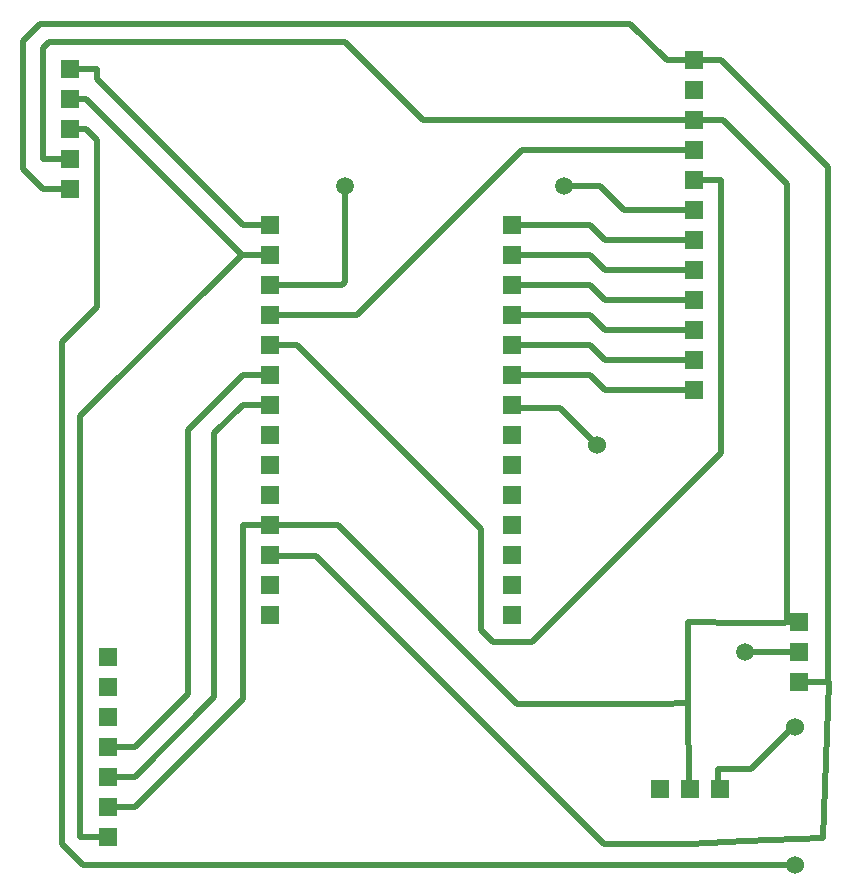
<source format=gbl>
G04 Layer: BottomLayer*
G04 EasyEDA v6.5.22, 2023-01-26 08:19:38*
G04 8426a333df6747daab18ef12c2f6586b,10*
G04 Gerber Generator version 0.2*
G04 Scale: 100 percent, Rotated: No, Reflected: No *
G04 Dimensions in millimeters *
G04 leading zeros omitted , absolute positions ,4 integer and 5 decimal *
%FSLAX45Y45*%
%MOMM*%

%ADD10C,0.5000*%
%ADD11C,1.5240*%
%ADD12R,1.5000X1.5000*%
%ADD13C,1.5000*%

%LPD*%
D10*
X2895594Y-2514594D02*
G01*
X2895594Y-2362194D01*
X2895594Y-2362194D02*
G01*
X3176524Y-2362200D01*
X3543300Y-1995423D01*
X2641594Y-1828797D02*
G01*
X2641594Y-1117597D01*
X3119615Y-1126731D01*
X3462764Y-1126731D01*
X2403541Y-1807888D02*
G01*
X1196992Y-1807888D01*
X-318295Y-292600D01*
X-898763Y-292600D01*
X1151221Y977399D02*
G01*
X1809381Y977399D01*
X1936381Y850399D01*
X2691622Y850399D01*
X2646299Y-2515107D02*
G01*
X2641594Y-1803397D01*
X2641594Y-1803397D02*
G01*
X2403541Y-1807888D01*
X3835392Y-1625597D02*
G01*
X3784592Y-2946394D01*
X3124194Y-2971794D01*
X2655049Y-2997695D01*
X1932165Y-2997695D01*
X-506234Y-559295D01*
X-910097Y-559295D01*
X2934200Y3136394D02*
G01*
X3478055Y2592532D01*
X3478055Y-1118105D01*
X3121748Y-1372100D02*
G01*
X3580549Y-1372100D01*
X-2591569Y2806199D02*
G01*
X-2821622Y2806199D01*
X-2821622Y2806199D02*
G01*
X-2821746Y2806324D01*
X-2821746Y3742545D01*
X-2765917Y3798374D01*
X-264121Y3798374D01*
X397852Y3136399D01*
X2691622Y3136399D01*
X3580549Y-1118100D02*
G01*
X3465540Y-1118100D01*
X2691622Y3136399D02*
G01*
X2921673Y3136399D01*
X-1128814Y-292600D02*
G01*
X-1128913Y-292699D01*
X-1128913Y-1766359D01*
X-2042754Y-2680200D01*
X-898763Y-292600D02*
G01*
X-1128814Y-292600D01*
X-2272799Y-2680200D02*
G01*
X-2042754Y-2680200D01*
X-2591569Y3060199D02*
G01*
X-2457079Y3060199D01*
X-2361394Y2964515D01*
X-2361394Y1554667D01*
X-2657843Y1258219D01*
X-2657843Y-2991982D01*
X-2480675Y-3169150D01*
X3543800Y-3169150D01*
X-1128814Y977399D02*
G01*
X-1591470Y514736D01*
X-1591470Y-1720916D01*
X-2042754Y-2172200D01*
X-898763Y977399D02*
G01*
X-1128814Y977399D01*
X-2272799Y-2172200D02*
G01*
X-2042754Y-2172200D01*
X-1128814Y723399D02*
G01*
X-1367955Y484258D01*
X-1367955Y-1751401D01*
X-2042754Y-2426200D01*
X-898763Y723399D02*
G01*
X-1128814Y723399D01*
X-2272799Y-2426200D02*
G01*
X-2042754Y-2426200D01*
X-2502849Y-2934200D02*
G01*
X-2503081Y-2933971D01*
X-2503081Y627057D01*
X-1136738Y1993399D01*
X-2591569Y3314199D02*
G01*
X-2457538Y3314199D01*
X-1136738Y1993399D01*
X-1136738Y1993399D02*
G01*
X-898763Y1993399D01*
X-2272799Y-2934200D02*
G01*
X-2502849Y-2934200D01*
X-668718Y1231399D02*
G01*
X886195Y-323512D01*
X886195Y-1179672D01*
X991273Y-1284749D01*
X1319011Y-1284749D01*
X2921772Y318015D01*
X2921772Y2628300D01*
X2921673Y2628399D01*
X-898763Y1231399D02*
G01*
X-668718Y1231399D01*
X2691622Y2628399D02*
G01*
X2921673Y2628399D01*
X-2821622Y2552199D02*
G01*
X-2986361Y2716946D01*
X-2986361Y3806931D01*
X-2841967Y3951333D01*
X2154651Y3951333D01*
X2461585Y3644399D01*
X-2591569Y2552199D02*
G01*
X-2821622Y2552199D01*
X2576616Y3644399D02*
G01*
X2461585Y3644399D01*
X2576616Y3644399D02*
G01*
X2691622Y3644399D01*
X2921673Y3644399D02*
G01*
X3829364Y2736702D01*
X3829364Y-1607329D01*
X3810599Y-1626100D01*
X2691622Y3644399D02*
G01*
X2921673Y3644399D01*
X3663383Y-1626100D02*
G01*
X3810599Y-1626100D01*
X3663383Y-1626100D02*
G01*
X3580549Y-1626100D01*
X1151221Y1231399D02*
G01*
X1809381Y1231399D01*
X1936381Y1104399D01*
X2691622Y1104399D01*
X1151221Y1485399D02*
G01*
X1809381Y1485399D01*
X1936381Y1358399D01*
X2691622Y1358399D01*
X1151221Y1739399D02*
G01*
X1809381Y1739399D01*
X1936381Y1612399D01*
X2691622Y1612399D01*
X1151221Y1993399D02*
G01*
X1809381Y1993399D01*
X1936381Y1866399D01*
X2691622Y1866399D01*
X1151221Y2247399D02*
G01*
X1809381Y2247399D01*
X1936381Y2120399D01*
X2691622Y2120399D01*
X-2361526Y3568199D02*
G01*
X-2361526Y3480112D01*
X-1128814Y2247399D01*
X-898763Y2247399D02*
G01*
X-1128814Y2247399D01*
X-2591569Y3568199D02*
G01*
X-2361526Y3568199D01*
X-898763Y1739399D02*
G01*
X-291594Y1739399D01*
X-266199Y1764794D01*
X-266199Y2577599D01*
X1591157Y2577594D02*
G01*
X1892800Y2577594D01*
X2095987Y2374399D01*
X2691635Y2374399D01*
X1151221Y723399D02*
G01*
X1175044Y699574D01*
X1561025Y699574D01*
X1874177Y386422D01*
X2691622Y2882399D02*
G01*
X1234452Y2882399D01*
X-162547Y1485399D01*
X-898763Y1485399D01*
D11*
G01*
X3543808Y-3169157D03*
G01*
X3543808Y-2007107D03*
D12*
G01*
X-2591562Y2552192D03*
G01*
X-2591562Y2806192D03*
G01*
X-2591562Y3060192D03*
G01*
X-2591562Y3314192D03*
G01*
X-2591562Y3568192D03*
G01*
X3580638Y-1626107D03*
G01*
X3580638Y-1372107D03*
G01*
X3580638Y-1118107D03*
G01*
X-2272792Y-2934207D03*
G01*
X-2272792Y-2680207D03*
G01*
X-2272792Y-2426207D03*
G01*
X-2272792Y-2172207D03*
G01*
X-2272792Y-1918207D03*
G01*
X-2272792Y-1664207D03*
G01*
X-2272792Y-1410207D03*
G01*
X2691638Y3644392D03*
G01*
X2691638Y3390392D03*
G01*
X2691638Y3136392D03*
G01*
X2691638Y2882392D03*
G01*
X2691638Y2628392D03*
G01*
X2691638Y2374392D03*
G01*
X2691638Y2120392D03*
G01*
X2691638Y1866392D03*
G01*
X2691638Y1612392D03*
G01*
X2691638Y1358392D03*
G01*
X2691638Y1104392D03*
G01*
X2691638Y850392D03*
G01*
X1151229Y-1054607D03*
G01*
X-898753Y-1054607D03*
G01*
X1151229Y-800607D03*
G01*
X-898753Y-800607D03*
G01*
X1151229Y-546607D03*
G01*
X-898753Y-546607D03*
G01*
X1151229Y-292607D03*
G01*
X-898753Y-292607D03*
G01*
X1151229Y-38607D03*
G01*
X-898753Y-38607D03*
G01*
X1151229Y215392D03*
G01*
X-898753Y215392D03*
G01*
X1151229Y469392D03*
G01*
X-898753Y469392D03*
G01*
X1151229Y723392D03*
G01*
X-898753Y723392D03*
G01*
X1151229Y977392D03*
G01*
X-898753Y977392D03*
G01*
X1151229Y1231392D03*
G01*
X-898753Y1231392D03*
G01*
X1151229Y1485392D03*
G01*
X-898753Y1485392D03*
G01*
X1151229Y1739392D03*
G01*
X-898753Y1739392D03*
G01*
X1151229Y1993392D03*
G01*
X-898753Y1993392D03*
G01*
X1151229Y2247392D03*
G01*
X-898753Y2247392D03*
G01*
X2400808Y-2527807D03*
G01*
X2654808Y-2527807D03*
G01*
X2908808Y-2527807D03*
D11*
G01*
X1874189Y386410D03*
D13*
G01*
X-266192Y2577592D03*
G01*
X1591157Y2577592D03*
G01*
X3121761Y-1372107D03*
M02*

</source>
